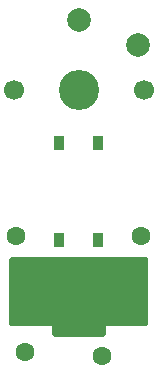
<source format=gbr>
%TF.GenerationSoftware,KiCad,Pcbnew,(5.99.0-11571-g293f207356)*%
%TF.CreationDate,2021-10-16T17:12:02-05:00*%
%TF.ProjectId,kicad-test,6b696361-642d-4746-9573-742e6b696361,rev?*%
%TF.SameCoordinates,Original*%
%TF.FileFunction,Soldermask,Bot*%
%TF.FilePolarity,Negative*%
%FSLAX46Y46*%
G04 Gerber Fmt 4.6, Leading zero omitted, Abs format (unit mm)*
G04 Created by KiCad (PCBNEW (5.99.0-11571-g293f207356)) date 2021-10-16 17:12:02*
%MOMM*%
%LPD*%
G01*
G04 APERTURE LIST*
%ADD10O,0.300000X5.800000*%
%ADD11O,2.000000X5.800000*%
%ADD12O,4.500000X1.000000*%
%ADD13O,4.500000X0.300000*%
%ADD14O,11.700000X0.300000*%
%ADD15O,0.300000X1.100000*%
%ADD16O,11.700000X5.800000*%
%ADD17C,1.600000*%
%ADD18R,0.900000X1.200000*%
%ADD19C,3.400000*%
%ADD20C,1.700000*%
%ADD21C,2.000000*%
G04 APERTURE END LIST*
D10*
%TO.C,REF\u002A\u002A*%
X142300000Y-107350000D03*
D11*
X152850000Y-107350000D03*
D12*
X148000000Y-110650000D03*
D11*
X143150000Y-107350000D03*
D13*
X148000000Y-111000000D03*
D14*
X148000000Y-110100000D03*
D15*
X150100000Y-110600000D03*
D10*
X153700000Y-107350000D03*
D15*
X145900000Y-110600000D03*
D14*
X148000000Y-104600000D03*
D16*
X148000000Y-107350000D03*
D17*
X150000000Y-112750000D03*
X143420000Y-112450000D03*
X153300000Y-102600000D03*
X142700000Y-102600000D03*
D18*
X146350000Y-103000000D03*
X149650000Y-103000000D03*
%TD*%
D19*
%TO.C,REF\u002A\u002A*%
X148000000Y-90250000D03*
D20*
X142500000Y-90250000D03*
X153500000Y-90250000D03*
D21*
X148000000Y-84350000D03*
X153000000Y-86450000D03*
D18*
X146350000Y-94750000D03*
X149650000Y-94750000D03*
%TD*%
M02*

</source>
